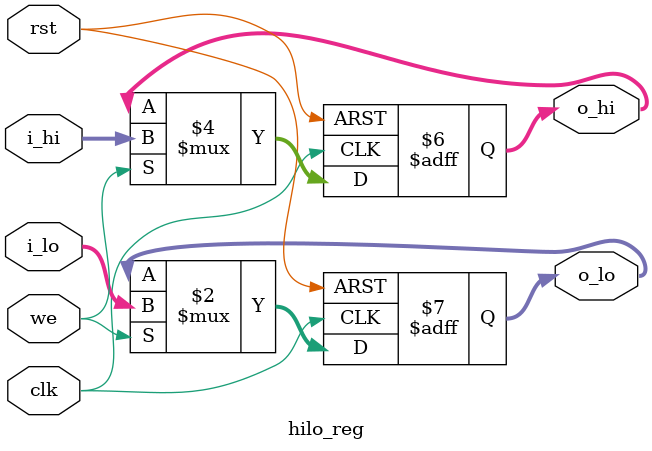
<source format=v>
`timescale 1ns / 1ps


module hilo_reg(
    rst  ,
    clk  ,
    we   ,
    i_hi ,
    i_lo ,
    o_hi ,
    o_lo 
    );
    input             rst  ;
    input             clk  ;
    input             we   ;
    input      [31:0] i_hi ;
    input      [31:0] i_lo ;
    output reg [31:0] o_hi ;
    output reg [31:0] o_lo ;
    
    always @ (posedge clk, posedge rst) begin
        if(rst) begin
            o_hi <= 32'b0;
            o_lo <= 32'b0;
        end
        else if(we) begin
            o_hi <= i_hi;
            o_lo <= i_lo;
        end
    end
    
    
endmodule

</source>
